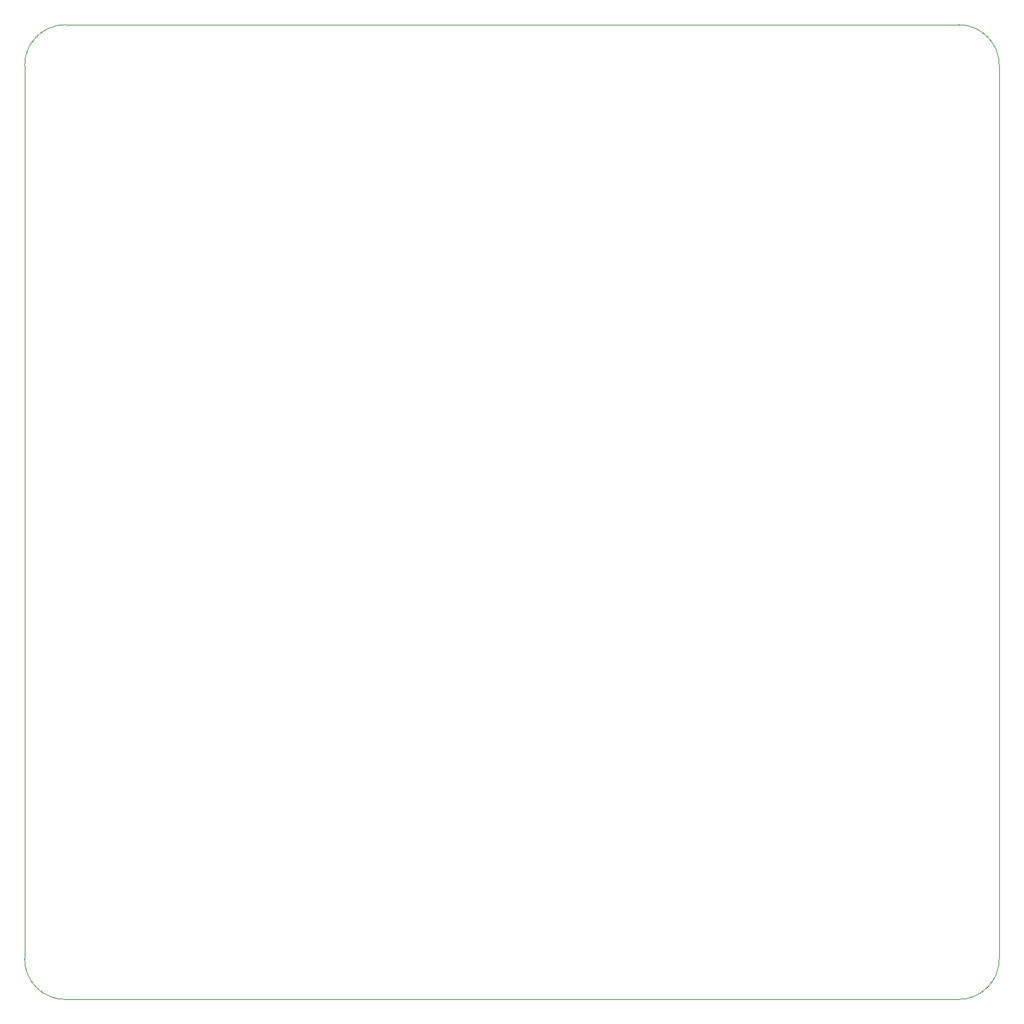
<source format=gm1>
G04 #@! TF.GenerationSoftware,KiCad,Pcbnew,(5.1.2)-1*
G04 #@! TF.CreationDate,2019-09-18T10:36:50+09:00*
G04 #@! TF.ProjectId,fan-vent-blocker,66616e2d-7665-46e7-942d-626c6f636b65,rev?*
G04 #@! TF.SameCoordinates,Original*
G04 #@! TF.FileFunction,Profile,NP*
%FSLAX46Y46*%
G04 Gerber Fmt 4.6, Leading zero omitted, Abs format (unit mm)*
G04 Created by KiCad (PCBNEW (5.1.2)-1) date 2019-09-18 10:36:50*
%MOMM*%
%LPD*%
G04 APERTURE LIST*
%ADD10C,0.050000*%
G04 APERTURE END LIST*
D10*
X-55000000Y-60000000D02*
G75*
G02X-60000000Y-55000000I0J5000000D01*
G01*
X60000000Y-55000000D02*
G75*
G02X55000000Y-60000000I-5000000J0D01*
G01*
X55000000Y60000000D02*
G75*
G02X60000000Y55000000I0J-5000000D01*
G01*
X-60000000Y-55000000D02*
X-60000000Y55000000D01*
X55000000Y-60000000D02*
X-55000000Y-60000000D01*
X60000000Y55000000D02*
X60000000Y-55000000D01*
X-55000000Y60000000D02*
X55000000Y60000000D01*
X-60000000Y55000000D02*
G75*
G02X-55000000Y60000000I5000000J0D01*
G01*
M02*

</source>
